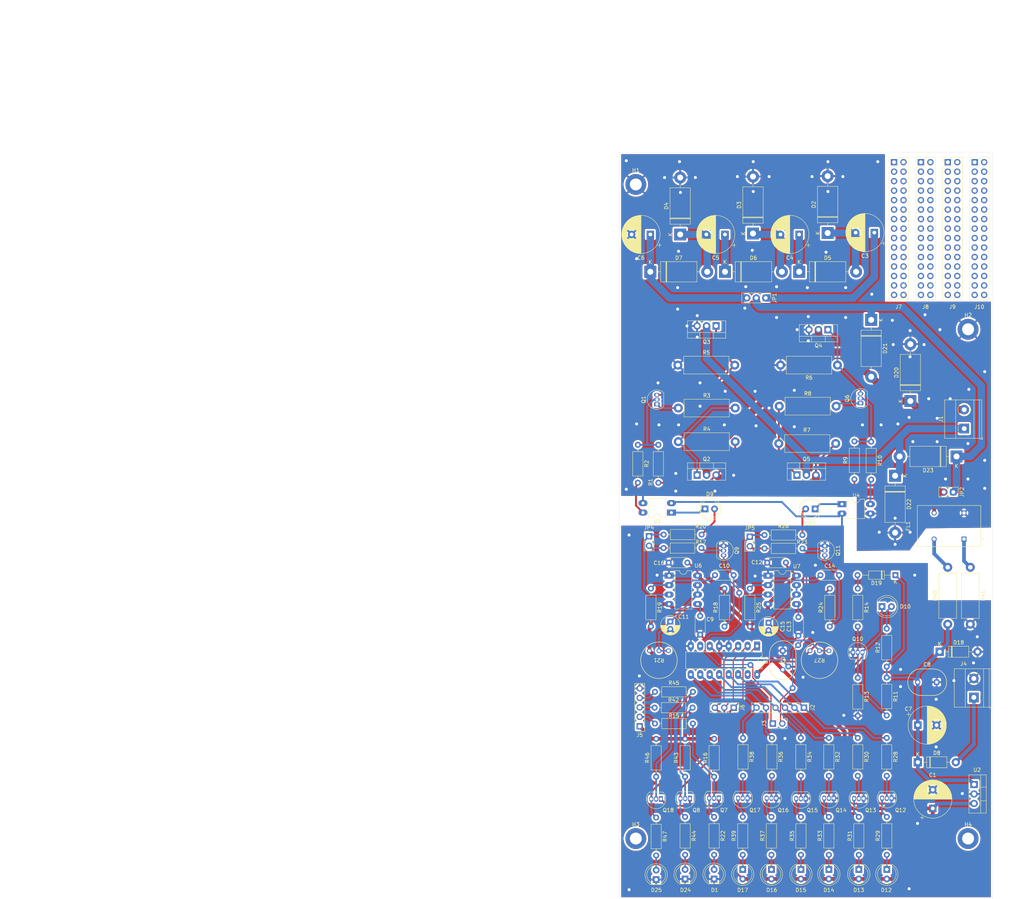
<source format=kicad_pcb>
(kicad_pcb (version 20240108) (generator "pcbnew") (generator_version "8.0")
  (layers (0 "F.Cu" signal) (31 "B.Cu" signal) (34 "B.Paste" user) (35 "F.Paste" user) (36 "B.SilkS" user "B.Silkscreen") (37 "F.SilkS" user "F.Silkscreen") (38 "B.Mask" user) (39 "F.Mask" user) (44 "Edge.Cuts" user))
  (net 0 "")
  (net 1 "GND")
  (net 2 "Net-(D4-K)")
  (net 3 "Net-(D6-K)")
  (net 4 "Net-(Q1-B)")
  (net 5 "Net-(U6-CV)")
  (net 6 "Net-(Q2-B)")
  (net 7 "Net-(D5-K)")
  (net 8 "Net-(Q4-B)")
  (net 9 "Net-(Q5-B)")
  (net 10 "Net-(Q6-B)")
  (net 11 "Net-(Q6-E)")
  (net 12 "+12V")
  (net 13 "Net-(D3-K)")
  (net 14 "/SINGLE_CAP")
  (net 15 "/CAP_BANK")
  (net 16 "Net-(D9-A)")
  (net 17 "Net-(U6-DIS)")
  (net 18 "+5V")
  (net 19 "GNDD")
  (net 20 "Net-(R10-Pad2)")
  (net 21 "/C1")
  (net 22 "/C2")
  (net 23 "/BR+")
  (net 24 "Net-(Q9-C)")
  (net 25 "Net-(Q9-B)")
  (net 26 "Net-(D2-K)")
  (net 27 "Net-(U6-TR)")
  (net 28 "Net-(Q1-C)")
  (net 29 "Net-(Q1-E)")
  (net 30 "Net-(R2-Pad2)")
  (net 33 "Net-(D1-A)")
  (net 34 "Net-(D24-A)")
  (net 35 "Net-(D25-A)")
  (net 36 "Net-(JP4-A)")
  (net 37 "/PowerSupply/VD")
  (net 38 "/PowerSupply/12V_IN")
  (net 39 "HD4")
  (net 40 "HD1")
  (net 41 "HD2")
  (net 42 "HD3")
  (net 43 "HD5")
  (net 44 "HD6")
  (net 45 "A")
  (net 46 "B")
  (net 47 "OPTO_B")
  (net 48 "OPTO_A")
  (net 49 "Net-(U7-CV)")
  (net 50 "Net-(Q11-C)")
  (net 51 "Net-(U7-TR)")
  (net 52 "Net-(U7-DIS)")
  (net 53 "Net-(D11-A)")
  (net 54 "Net-(JP5-A)")
  (net 55 "Net-(Q11-B)")
  (net 56 "Net-(D12-K)")
  (net 57 "Net-(D13-K)")
  (net 58 "Net-(D14-K)")
  (net 59 "Net-(D15-K)")
  (net 60 "Net-(D16-K)")
  (net 61 "Net-(D17-K)")
  (net 62 "Net-(Q12-B)")
  (net 63 "Net-(Q12-C)")
  (net 64 "Net-(Q13-C)")
  (net 65 "Net-(Q13-B)")
  (net 66 "Net-(Q14-C)")
  (net 67 "Net-(Q14-B)")
  (net 68 "Net-(Q15-C)")
  (net 69 "Net-(Q15-B)")
  (net 70 "Net-(Q16-C)")
  (net 71 "Net-(Q16-B)")
  (net 72 "Net-(Q17-C)")
  (net 73 "Net-(Q17-B)")
  (net 74 "Net-(D10-A)")
  (net 75 "Net-(FL1-Pad1)")
  (net 76 "Net-(FL1-Pad4)")
  (net 77 "HALL_ENABLE")
  (net 78 "Net-(D19-A)")
  (net 79 "Net-(Q10-B)")
  (net 80 "H3")
  (net 81 "H1")
  (net 82 "H2")
  (net 83 "Net-(Q7-B)")
  (net 84 "HALL_1")
  (net 85 "HALL_2")
  (net 86 "Net-(Q8-B)")
  (net 87 "Net-(Q18-B)")
  (net 88 "HALL_3")
  (footprint "Diode_THT:D_DO-201AD_P15.24mm_Horizontal" (layer "F.Cu") (at 243.83875 107.12 90)
    (property "Reference" "D20")
    (property "Value" "1N5408")
  )
  (footprint "Capacitor_THT:C_Disc_D4.7mm_W2.5mm_P5.00mm" (layer "F.Cu") (at 205.5 150.4)
    (property "Reference" "C12")
    (property "Value" "100n")
  )
  (footprint "Capacitor_THT:CP_Radial_D5.0mm_P2.00mm" (layer "F.Cu") (at 179.54375 166.18 -90)
    (property "Reference" "C11")
    (property "Value" "10uF")
  )
  (footprint "Diode_THT:D_DO-201AD_P15.24mm_Horizontal" (layer "F.Cu") (at 221.68125 62.12 90)
    (property "Reference" "D2")
    (property "Value" "1N5408")
  )
  (footprint "Diode_THT:D_DO-201AD_P15.24mm_Horizontal" (layer "F.Cu") (at 201.68125 62.24 90)
    (property "Reference" "D3")
    (property "Value" "1N5408")
  )
  (footprint "footprints:CAP_C340_KEM" (layer "F.Cu") (at 209.655 176.54 -90)
    (property "Reference" "C2")
    (property "Value" "1 uF X7R")
  )
  (footprint "Diode_THT:D_DO-35_SOD27_P10.16mm_Horizontal" (layer "F.Cu") (at 239.83 153.75 180)
    (property "Reference" "D19")
    (property "Value" "20V 1N5250B")
  )
  (footprint "MountingHole:MountingHole_3.2mm_M3_DIN965_Pad" (layer "F.Cu") (at 259.3 87.9)
    (property "Reference" "H2")
    (property "Value" "Mounting Hole")
  )
  (footprint "Resistor_THT:R_Axial_DIN0207_L6.3mm_D2.5mm_P10.16mm_Horizontal" (layer "F.Cu") (at 175.34 189.25)
    (property "Reference" "R42")
    (property "Value" "550")
  )
  (footprint "Resistor_THT:R_Axial_DIN0207_L6.3mm_D2.5mm_P10.16mm_Horizontal" (layer "F.Cu") (at 175.75 207.75 90)
    (property "Reference" "R46")
    (property "Value" "47")
  )
  (footprint "Resistor_THT:R_Axial_DIN0414_L11.9mm_D4.5mm_P15.24mm_Horizontal" (layer "F.Cu") (at 259.88875 166.89 90)
    (property "Reference" "R41")
    (property "Value" "120")
  )
  (footprint "MountingHole:MountingHole_3.2mm_M3_DIN965_Pad" (layer "F.Cu") (at 170.3 224.3)
    (property "Reference" "H3")
    (property "Value" "Mounting Hole")
  )
  (footprint "Resistor_THT:R_Axial_DIN0207_L6.3mm_D2.5mm_P10.16mm_Horizontal" (layer "F.Cu") (at 194.04375 167.5 90)
    (property "Reference" "R18")
    (property "Value" "10K")
  )
  (footprint "LED_THT:LED_D5.0mm" (layer "F.Cu") (at 198.9375 232.58 -90)
    (property "Reference" "D17")
    (property "Value" "LED")
  )
  (footprint "Package_DIP:DIP-8_W7.62mm_LongPads" (layer "F.Cu") (at 205.71875 153.88)
    (property "Reference" "U7")
    (property "Value" "LM555xM")
  )
  (footprint "Package_TO_SOT_THT:TO-220-3_Vertical" (layer "F.Cu") (at 213.46 126.945)
    (property "Reference" "Q5")
    (property "Value" "BDW94C")
  )
  (footprint "Connector_PinHeader_2.54mm:PinHeader_2x15_P2.54mm_Vertical" (layer "F.Cu") (at 253.86 43.14)
    (property "Reference" "J9")
    (property "Value" "Conn_02x15_Counter_Clockwise")
  )
  (footprint "Resistor_THT:R_Axial_DIN0414_L11.9mm_D4.5mm_P15.24mm_Horizontal" (layer "F.Cu") (at 208.71875 108.5)
    (property "Reference" "R8")
    (property "Value" "220")
  )
  (footprint "Package_DIP:DIP-16_W7.62mm_LongPads" (layer "F.Cu") (at 202.79 172.75 -90)
    (property "Reference" "U3")
    (property "Value" "CD74HC238E")
  )
  (footprint "TerminalBlock_Phoenix:TerminalBlock_Phoenix_MKDS-1,5-2-5.08_1x02_P5.08mm_Horizontal" (layer "F.Cu") (at 258.26375 114.5 90)
    (property "Reference" "J1")
    (property "Value" "DriveCoil")
  )
  (footprint "Connector_PinHeader_2.54mm:PinHeader_1x05_P2.54mm_Vertical" (layer "F.Cu") (at 171.33 194.25 180)
    (property "Reference" "J5")
    (property "Value" "Hall In")
  )
  (footprint "Capacitor_THT:C_Disc_D4.7mm_W2.5mm_P5.00mm" (layer "F.Cu") (at 179.1 150.4)
    (property "Reference" "C16")
    (property "Value" "100n")
  )
  (footprint "Resistor_THT:R_Axial_DIN0207_L6.3mm_D2.5mm_P10.16mm_Horizontal" (layer "F.Cu") (at 233.33875 118 -90)
    (property "Reference" "R10")
    (property "Value" "1k")
  )
  (footprint "Package_TO_SOT_THT:TO-92_Inline" (layer "F.Cu") (at 220.9 145.9 -90)
    (property "Reference" "Q11")
    (property "Value" "2N5551")
  )
  (footprint "Resistor_THT:R_Axial_DIN0207_L6.3mm_D2.5mm_P10.16mm_Horizontal" (layer "F.Cu") (at 237.5 181.17 -90)
    (property "Reference" "R11")
    (property "Value" "10k")
  )
  (footprint "Resistor_THT:R_Axial_DIN0414_L11.9mm_D4.5mm_P15.24mm_Horizontal" (layer "F.Cu") (at 223.83875 118.5 180)
    (property "Reference" "R7")
    (property "Value" "470")
  )
  (footprint "LED_THT:LED_D5.0mm" (layer "F.Cu") (at 218.33875 136 180)
    (property "Reference" "D11")
    (property "Value" "LED")
  )
  (footprint "TerminalBlock_Phoenix:TerminalBlock_Phoenix_MKDS-1,5-2-5.08_1x02_P5.08mm_Horizontal" (layer "F.Cu") (at 260.83875 186.5 90)
    (property "Reference" "J4")
    (property "Value" "12V")
  )
  (footprint "Resistor_THT:R_Axial_DIN0207_L6.3mm_D2.5mm_P10.16mm_Horizontal" (layer "F.Cu") (at 175.42 193.5)
    (property "Reference" "R15")
    (property "Value" "550")
  )
  (footprint "Connector_PinHeader_2.54mm:PinHeader_2x15_P2.54mm_Vertical" (layer "F.Cu") (at 246.66 43.14)
    (property "Reference" "J8")
    (property "Value" "Conn_02x15_Counter_Clockwise")
  )
  (footprint "Resistor_THT:R_Axial_DIN0207_L6.3mm_D2.5mm_P10.16mm_Horizontal" (layer "F.Cu") (at 214.5 197.34 -90)
    (property "Reference" "R34")
    (property "Value" "1k")
  )
  (footprint "Connector_PinHeader_2.54mm:PinHeader_2x15_P2.54mm_Vertical" (layer "F.Cu") (at 261.06 43.14)
    (property "Reference" "J10")
    (property "Value" "Conn_02x15_Counter_Clockwise")
  )
  (footprint "footprints:RES3_91A_TTE" (layer "F.Cu") (at 179.04 174 180)
    (property "Reference" "R21")
    (property "Value" "10k")
  )
  (footprint "Package_TO_SOT_THT:TO-92_Inline" (layer "F.Cu") (at 184.8 213.58 180)
    (property "Reference" "Q8")
    (property "Value" "2N5401")
  )
  (footprint "Resistor_THT:R_Axial_DIN0414_L11.9mm_D4.5mm_P15.24mm_Horizontal" (layer "F.Cu") (at 253.83875 166.89 90)
    (property "Reference" "R40")
    (property "Value" "120")
  )
  (footprint "Package_TO_SOT_THT:TO-92_Inline" (layer "F.Cu") (at 207.9 213.5 180)
    (property "Reference" "Q16")
    (property "Value" "2N5551")
  )
  (footprint "Capacitor_THT:CP_Radial_D10.0mm_P5.00mm" (layer "F.Cu") (at 249.83875 216.230177 90)
    (property "Reference" "C1")
    (property "Value" "470uF 63V")
  )
  (footprint "Package_TO_SOT_THT:TO-92_Inline" (layer "F.Cu") (at 223.3 213.5 180)
    (property "Reference" "Q14")
    (property "Value" "2N5551")
  )
  (footprint "footprints:FIL_SU9V-07010" (layer "F.Cu") (at 254.2 140.6 180)
    (property "Reference" "FL1")
    (property "Value" "SU9VF-07015")
  )
  (footprint "Resistor_THT:R_Axial_DIN0207_L6.3mm_D2.5mm_P10.16mm_Horizontal" (layer "F.Cu") (at 237.52 228.66 90)
    (property "Reference" "R29")
    (property "Value" "330")
  )
  (footprint "Connector_PinHeader_2.54mm:PinHeader_1x02_P2.54mm_Vertical" (layer "F.Cu") (at 200.83875 143.46)
    (property "Reference" "JP5")
    (property "Value" "Jumper_2_Open")
  )
  (footprint "Package_TO_SOT_THT:TO-92_Inline" (layer "F.Cu") (at 231.3 213.58 180)
    (property "Reference" "Q13")
    (property "Value" "2N5551")
  )
  (footprint "Capacitor_THT:C_Disc_D4.7mm_W2.5mm_P5.00mm" (layer "F.Cu") (at 219.75 153.75)
    (property "Reference" "C14")
    (property "Value" "100n")
  )
  (footprint "Resistor_THT:R_Axial_DIN0207_L6.3mm_D2.5mm_P10.16mm_Horizontal" (layer "F.Cu") (at 229.75 197.34 -90)
    (property "Reference" "R30")
    (property "Value" "1k")
  )
  (footprint "Connector_PinHeader_2.54mm:PinHeader_1x03_P2.54mm_Vertical" (layer "F.Cu") (at 205.10125 79.506162 -90)
    (property "Reference" "JP1")
    (property "Value" "CapSel")
  )
  (footprint "Resistor_THT:R_Axial_DIN0207_L6.3mm_D2.5mm_P10.16mm_Horizontal" (layer "F.Cu") (at 222 228.66 90)
    (property "Reference" "R33")
    (property "Value" "330")
  )
  (footprint "footprints:RES3_91A_TTE" (layer "F.Cu") (at 222.04 174 180)
    (property "Reference" "R27")
    (property "Value" "10k")
  )
  (footprint "Resistor_THT:R_Axial_DIN0207_L6.3mm_D2.5mm_P10.16mm_Horizontal" (layer "F.Cu") (at 237.5 178.25 90)
    (property "Reference" "R12")
    (property "Value" "10k")
  )
  (footprint "Capacitor_THT:CP_Radial_D5.0mm_P2.00mm" (layer "F.Cu") (at 205.83875 166.5 -90)
    (property "Reference" "C15")
    (property "Value" "10uF")
  )
  (footprint "Package_TO_SOT_THT:TO-220-3_Vertical" (layer "F.Cu") (at 186.71 126.945)
    (property "Reference" "Q2")
    (property "Value" "BDW94C")
  )
  (footprint "Diode_THT:D_DO-201AD_P15.24mm_Horizontal" (layer "F.Cu") (at 174.18125 72.5)
    (property "Reference" "D7")
    (property "Value" "1N5408")
  )
  (footprint "Diode_THT:D_DO-201AD_P15.24mm_Horizontal" (layer "F.Cu") (at 239.75 127.13 -90)
    (property "Reference" "D22")
    (property "Value" "1N5408")
  )
  (footprint "Connector_PinHeader_2.54mm:PinHeader_1x06_P2.54mm_Vertical" (layer "F.Cu") (at 215.33 189.25 -90)
    (property "Reference" "J2")
    (property "Value" "HallDec")
  )
  (footprint "Diode_THT:D_DO-201AD_P15.24mm_Horizontal" (layer "F.Cu") (at 194.18125 72.5)
    (property "Reference" "D6")
    (property "Value" "1N5408")
  )
  (footprint "Capacitor_THT:CP_Radial_D10.0mm_P5.00mm" (layer "F.Cu") (at 174.18125 62.5 180)
    (property "Reference" "C6")
    (property "Value" "470uF 63V")
  )
  (footprint "Resistor_THT:R_Axial_DIN0414_L11.9mm_D4.5mm_P15.24mm_Horizontal" (layer "F.Cu") (at 181.68125 118)
    (property "Reference" "R4")
    (property "Value" "470")
  )
  (footprint "Resistor_THT:R_Axial_DIN0207_L6.3mm_D2.5mm_P10.16mm_Horizontal" (layer "F.Cu") (at 170.83875 118.84 -90)
    (property "Reference" "R2")
    (property "Value" "1k")
  )
  (footprint "Capacitor_THT:C_Disc_D4.7mm_W2.5mm_P5.00mm" (layer "F.Cu") (at 187.54375 169.68 90)
    (property "Reference" "C9")
    (property "Value" "10n")
  )
  (footprint "Package_TO_SOT_THT:TO-92_Inline" (layer "F.Cu") (at 175.94125 108 90)
    (property "Reference" "Q1")
    (property "Value" "2N5401")
  )
  (footprint "MountingHole:MountingHole_3.2mm_M3_DIN965_Pad" (layer "F.Cu") (at 259.3 224.3)
    (property "Reference" "H4")
    (property "Value" "Mounting Hole")
  )
  (footprint "Package_TO_SOT_THT:TO-92_Inline" (layer "F.Cu") (at 215.8 213.6 180)
    (property "Reference" "Q15")
    (property "Value" "2N5551")
  )
  (footprint "Diode_THT:D_DO-201AD_P15.24mm_Horizontal" (layer "F.Cu") (at 256.19875 121.955 180)
    (property "Reference" "D23")
    (property "Value" "1N5408")
  )
  (footprint "Resistor_THT:R_Axial_DIN0207_L6.3mm_D2.5mm_P10.16mm_Horizontal" (layer "F.Cu") (at 214.525 228.66 90)
    (property "Reference" "R35")
    (property "Value" "330")
  )
  (footprint "Capacitor_THT:CP_Radial_D10.0mm_P5.00mm" (layer "F.Cu") (at 245.83875 193.92)
    (property "Reference" "C7")
    (property "Value" "470uF 63V")
  )
  (footprint "Package_TO_SOT_THT:TO-92_Inline" (layer "F.Cu") (at 193.8 145.9 -90)
    (property "Reference" "Q9")
    (property "Value" "2N5551")
  )
  (footprint "Resistor_THT:R_Axial_DIN0207_L6.3mm_D2.5mm_P10.16mm_Horizontal" (layer "F.Cu") (at 183.505 218.5 -90)
    (property "Reference" "R44")
    (property "Value" "330")
  )
  (footprint "Connector_PinHeader_2.54mm:PinHeader_1x02_P2.54mm_Vertical" (layer "F.Cu") (at 173.83875 143.34)
    (property "Reference" "JP4")
    (property "Value" "Jumper_2_Open")
  )
  (footprint "LED_THT:LED_D5.0mm" (layer "F.Cu") (at 214.525 232.58 -90)
    (property "Reference" "D15")
    (property "Value" "LED")
  )
  (footprint "Diode_THT:D_DO-41_SOD81_P10.16mm_Horizontal" (layer "F.Cu") (at 251.67875 174.27)
    (property "Reference" "D18")
    (property "Value" "ZY24 24V / 2W")
  )
  (footprint "Resistor_THT:R_Axial_DIN0207_L6.3mm_D2.5mm_P10.16mm_Horizontal" (layer "F.Cu") (at 175.42 185)
    (property "Reference" "R45")
    (property "Value" "550")
  )
  (footprint "Package_TO_SOT_THT:TO-92_Inline" (layer "F.Cu") (at 177 213.7 180)
    (property "Reference" "Q18")
    (property "Value" "2N5401")
  )
  (footprint "Resistor_THT:R_Axial_DIN0207_L6.3mm_D2.5mm_P10.16mm_Horizontal" (layer "F.Cu") (at 191.27 218.5 -90)
    (property "Reference" "R22")
    (property "Value" "330")
  )
  (footprint "Package_DIP:DIP-4_W7.62mm_LongPads" (layer "F.Cu") (at 179.83875 137 180)
    (property "Reference" "U1")
    (property "Value" "VO615A")
  )
  (footprint "LED_THT:LED_D5.0mm" (layer "F.Cu") (at 222 232.58 -90)
    (property "Reference" "D14")
    (property "Value" "LED")
  )
  (footprint "Connector_PinHeader_2.54mm:PinHeader_2x15_P2.54mm_Vertical" (layer "F.Cu") (at 239.46 43.14)
    (property "Reference" "J7")
    (property "Value" "Conn_02x15_Counter_Clockwise")
  )
  (footprint "Resistor_THT:R_Axial_DIN0207_L6.3mm_D2.5mm_P10.16mm_Horizontal" (layer "F.Cu") (at 174.33875 157.34 -90)
    (property "Reference" "R19")
    (property "Value" "10K")
  )
  (footprint "LED_THT:LED_D5.0mm" (layer "F.Cu") (at 183.505 235.13 90)
    (property "Reference" "D24")
    (property "Value" "LED")
  )
  (footprint "LED_THT:LED_D5.0mm" (layer "F.Cu") (at 230.02 232.58 -90)
    (property "Reference" "D13")
    (property "Value" "LED")
  )
  (footprint "Package_DIP:DIP-4_W7.62mm_LongPads" (layer "F.Cu") (at 225.51375 134.725)
    (property "Reference" "U4")
    (property "Value" "VO615A")
  )
  (footprint "Resistor_THT:R_Axial_DIN0207_L6.3mm_D2.5mm_P10.16mm_Horizontal" (layer "F.Cu") (at 176.33875 129 90)
    (property "Reference" "R1")
    (property "Value" "2k2")
  )
  (footprint "MountingHole:MountingHole_3.2mm_M3_DIN965_Pad" (layer "F.Cu") (at 170.3 49.1)
    (property "Reference" "H1")
    (property "Value" "Mounting Hole")
  )
  (footprint "Resistor_THT:R_Axial_DIN0207_L6.3mm_D2.5mm_P10.16mm_Horizontal" (layer "F.Cu") (at 175.75 218.67 -90)
    (property "Reference" "R47")
    (property "Value" "330")
  )
  (footprint "LED_THT:LED_D5.0mm" (layer "F.Cu") (at 175.75 235.3 90)
    (property "Reference" "D25")
    (property "Value" "LED")
  )
  (footprint "Resistor_THT:R_Axial_DIN0414_L11.9mm_D4.5mm_P15.24mm_Horizontal" (layer "F.Cu") (at 181.56125 97.5)
    (property "Reference" "R5")
    (property "Value" "470")
  )
  (footprint "Resistor_THT:R_Axial_DIN0207_L6.3mm_D2.5mm_P10.16mm_Horizontal" (layer "F.Cu") (at 206.625 228.66 90)
    (property "Reference" "R37")
    (property "Value" "330")
  )
  (footprint "Package_TO_SOT_THT:TO-92_Inline" (layer "F.Cu") (at 200.2 213.5 180)
    (property "Reference" "Q17")
    (property "Value" "2N5551")
  )
  (footprint "Resistor_THT:R_Axial_DIN0207_L6.3mm_D2.5mm_P10.16mm_Horizontal" (layer "F.Cu") (at 229.75 181.25 -90)
    (property "Reference" "R13")
    (property "Value" "2k2")
  )
  (footprint "LED_THT:LED_D5.0mm" (layer "F.Cu") (at 237.52 232.58 -90)
    (property "Reference" "D12")
    (property "Value" "LED")
  )
  (footprint "footprints:CAP_C340_KEM" (layer "F.Cu") (at 248.33875 182.42 180)
    (property "Reference" "C8")
    (property "Value" "1 uF X7R")
  )
  (footprint "Resistor_THT:R_Axial_DIN0414_L11.9mm_D4.5mm_P15.24mm_Horizontal" (layer "F.Cu") (at 181.68125 109)
    (property "Reference" "R3")
    (property "Value" "220")
  )
  (footprint "Package_TO_SOT_THT:TO-92_Inline" (layer "F.Cu") (at 238.8 213.5 180)
    (property "Reference" "Q12")
    (property "Value" "2N5551")
  )
  (footprint "Capacitor_THT:C_Disc_D4.7mm_W2.5mm_P5.00mm" (layer "F.Cu") (at 191.5 153.75)
    (property "Reference" "C10")
    (property "Value" "100n")
  )
  (footprint "Package_TO_SOT_THT:TO-92_Inline" (layer "F.Cu") (at 228.46 174.42)
    (property "Reference" "Q10")
    (property "Value" "2N5551")
  )
  (footprint "Resistor_THT:R_Axial_DIN0207_L6.3mm_D2.5mm_P10.16mm_Horizontal" (layer "F.Cu") (at 206.75 197.34 -90)
    (property "Reference" "R36")
    (property "Value" "1k")
  )
  (footprint "Resistor_THT:R_Axial_DIN0207_L6.3mm_D2.5mm_P10.16mm_Horizontal" (layer "F.Cu") (at 198.9375 228.66 90)
    (property "Reference" "R39")
    (property "Value" "330")
  )
  (footprint "LED_THT:LED_D5.0mm" (layer "F.Cu") (at 188.83875 136)
    (property "Reference" "D9")
    (property "Value" "LED")
  )
  (footprint "Resistor_THT:R_Axial_DIN0207_L6.3mm_D2.5mm_P10.16mm_Horizontal" (layer "F.Cu") (at 222.25 167.5 90)
    (property "Reference" "R24")
    (property "Value" "10K")
  )
  (footprint "Resistor_THT:R_Axial_DIN0207_L6.3mm_D2.5mm_P10.16mm_Horizontal" (layer "F.Cu") (at 199 197.34 -90)
    (property "Reference" "R38")
    (property "Value" "1k")
  )
  (footprint "Capacitor_THT:CP_Radial_D10.0mm_P5.00mm" (layer "F.Cu") (at 214.048927 62.5 180)
    (property "Reference" "C4")
    (property "Value" "470uF 63V")
  )
  (footprint "Resistor_THT:R_Axial_DIN0207_L6.3mm_D2.5mm_P10.16mm_Horizontal" (layer "F.Cu") (at 177.72 146.5)
    (property "Reference" "R17")
    (property "Value" "1k")
  )
  (footprint "Resistor_THT:R_Axial_DIN0207_L6.3mm_D2.5mm_P10.16mm_Horizontal" (layer "F.Cu") (at 177.75875 142.88)
    (property "Reference" "R20")
    (property "Value" "330")
  )
  (footprint "Resistor_THT:R_Axial_DIN0207_L6.3mm_D2.5mm_P10.16mm_Horizontal" (layer "F.Cu") (at 237.5 197.34 -90)
    (property "Reference" "R28")
    (property "Value" "1k")
  )
  (footprint "Package_TO_SOT_THT:TO-220-3_Vertical" (layer "F.Cu") (at 221.75125 88 180)
    (property "Reference" "Q4")
    (property "Value" "BDW93C")
  )
  (footprint "Resistor_THT:R_Axial_DIN0207_L6.3mm_D2.5mm_P10.16mm_Horizontal" (layer "F.Cu") (at 204.75875 146.6)
    (property "Reference" "R23")
    (property "Value" "1k")
  )
  (footprint "Package_TO_SOT_THT:TO-92_Inline" (layer "F.Cu") (at 230.47875 107.7 90)
    (property "Reference" "Q6")
    (property "Value" "2N5401")
  )
  (footprint "Resistor_THT:R_Axial_DIN0207_L6.3mm_D2.5mm_P10.16mm_Horizontal" (layer "F.Cu") (at 229.75 157.34 -90)
    (property "Reference" "R14")
    (property "Value" "1k")
  )
  (footprint "LED_THT:LED_D5.0mm" (layer "F.Cu") (at 206.625 232.58 -90)
    (property "Reference" "D16")
    (property "Value" "LED")
  )
  (footprint "Diode_THT:D_DO-201AD_P15.24mm_Horizontal" (layer "F.Cu") (at 214.06125 72.5)
    (property "Reference" "D5")
    (property "Value" "1N5408")
  )
  (footprint "Resistor_THT:R_Axial_DIN0207_L6.3mm_D2.5mm_P10.16mm_Horizontal" (layer "F.Cu") (at 183.5 207.75 90)
    (property "Reference" "R43")
    (property "Value" "47")
  )
  (footprint "Diode_THT:D_DO-41_SOD81_P10.16mm_Horizontal" (layer "F.Cu") (at 245.83875 203.8625)
    (property "Reference" "D8")
    (property "Value" "1N4007")
  )
  (footprint "Connector_PinHeader_2.54mm:PinHeader_1x03_P2.54mm_Vertical" (layer "F.Cu") (at 196.535 189.25 -90)
    (property "Reference" "J6")
    (property "Value" "Hall Out")
  )
  (footprint "Package_DIP:DIP-8_W7.62mm_LongPads" (layer "F.Cu") (at 179.21875 153.88)
    (property "Reference" "U6")
    (property "Value" "LM555xM")
  )
  (footprint "Diode_THT:D_DO-201AD_P15.24mm_Horizontal" (layer "F.Cu") (at 182.18125 62.5 90)
    (property "Reference" "D4")
    (property "Value" "1N5408")
  )
  (footprint "Resistor_THT:R_Axial_DIN0207_L6.3mm_D2.5mm_P10.16mm_Horizontal" (layer "F.Cu") (at 204.75875 143)
    (property "Reference" "R26")
    (property "Value" "330")
  )
  (footprint "Diode_THT:D_DO-201AD_P15.24mm_Horizontal" (layer "F.Cu") (at 233.33875 85.38 -90)
    (property "Reference" "D21")
    (property "Value" "1N5408")
  )
  (footprint "Capacitor_THT:CP_Radial_D10.0mm_P5.00mm" (layer "F.Cu") (at 194.18125 62.5 180)
    (property "Reference" "C5")
    (property "Value" "470uF 63V")
  )
  (footprint "Resistor_THT:R_Axial_DIN0207_L6.3mm_D2.5mm_P10.16mm_Horizontal" (layer "F.Cu") (at 191.27 207.75 90)
    (property "Reference" "R16")
    (property "Value" "47")
  )
  (footprint "Resistor_THT:R_Axial_DIN0414_L11.9mm_D4.5mm_P15.24mm_Horizontal" (layer "F.Cu") (at 224.30125 97.5 180)
    (property "Reference" "R6")
    (property "Value" "470")
  )
  (footprint "LED_THT:LED_D5.0mm" (layer "F.Cu") (at 191.27 235.13 90)
    (property "Reference" "D1")
    (property "Value" "LED")
  )
  (footprint "LED_THT:LED_D5.0mm" (layer "F.Cu") (at 236.225 162.17)
    (property "Reference" "D10")
    (property "Value" "LED")
  )
  (footprint "Connector_PinHeader_2.54mm:PinHeader_1x02_P2.54mm_Vertical" (layer "F.Cu") (at 207.01 193.5 90)
    (property "Reference" "J3")
    (property "Value" "Ctrl")
  )
  (footprint "Resistor_THT:R_Axial_DIN0207_L6.3mm_D2.5mm_P10.16mm_Horizontal" (layer "F.Cu") (at 222 197.34 -90)
    (property "Reference" "R32")
    (property "Value" "1k")
  )
  (footprint "Connector_PinHeader_2.54mm:PinHeader_1x02_P2.54mm_Vertical" (layer "F.Cu") (at 255.33875 131.5 -90)
    (property "Reference" "JP2")
    (property "Value" "RetPwr")
  )
  (footprint "Package_TO_SOT_THT:TO-92_Inline" (layer "F.Cu") (at 192.5 213.5 180)
    (property "Reference" "Q7")
    (property "Value" "2N5401")
  )
  (footprint "Capacitor_THT:CP_Radial_D10.0mm_P5.00mm" (layer "F.Cu") (at 234.18125 62 180)
    (property "Reference" "C3")
    (property "Value" "470uF 63V")
  )
  (footprint "Package_TO_SOT_THT:TO-220-3_Vertical" (layer "F.Cu") (at 191.79 87 180)
    (property "Reference" "Q3")
    (property "Value" "BDW93C")
  )
  (footprint "Resistor_THT:R_Axial_DIN0207_L6.3mm_D2.5mm_P10.16mm_Horizontal" (layer "F.Cu") (at 200.83875 157.34 -90)
    (property "Reference" "R25")
    (property "Value" "10K")
  )
  (footprint "Capacitor_THT:C_Disc_D4.7mm_W2.5mm_P5.00mm" (layer "F.Cu") (at 213.83875 170 90)
    (property "Reference" "C13")
    (property "Value" "10n")
  )
  (footprint "Resistor_THT:R_Axial_DIN0207_L6.3mm_D2.5mm_P10.16mm_Horizontal" (layer "F.Cu") (at 230.02 228.66 90)
    (property "Reference" "R31")
    (property "Value" "330")
  )
  (footprint "Resistor_THT:R_Axial_DIN0207_L6.3mm_D2.5mm_P10.16mm_Horizontal" (layer "F.Cu") (at 228.83875 128.08 90)
    (property "Reference" "R9")
    (property "Value" "2k2")
  )
  (footprint "Package_TO_SOT_THT:TO-220-3_Vertical" (layer "F.Cu") (at 260.89375 209.8225 -90)
    (property "Reference" "U2")
    (property "Value" "L7805CV")
  )
  (gr_rect (start 165.9 40.5) (end 265.9 240.5) (stroke (width 0.05)) (fill none) (layer "Edge.Cuts"))
  (via (at 181.5 82.5) (size 1.6) (drill 0.8) (layers "F.Cu" "B.Cu") (net 1))
  (via (at 201.75 43) (size 1.6) (drill 0.8) (layers "F.Cu" "B.Cu") (net 1))
  (via (at 213.5 88) (size 1.6) (drill 0.8) (layers "F.Cu" "B.Cu") (net 1))
  (via (at 191.5 131.25) (size 1.6) (drill 0.8) (layers "F.Cu" "B.Cu") (net 1))
  (via (at 181.75 67) (size 1.6) (drill 0.8) (layers "F.Cu" "B.Cu") (net 1))
  (via (at 235.1 43) (size 1.6) (drill 0.8) (layers "F.Cu" "B.Cu") (net 1))
  (via (at 243.5 111.5) (size 1.6) (drill 0.8) (layers "F.Cu" "B.Cu") (net 1))
  (via (at 248.75 106.5) (size 1.6) (drill 0.8) (layers "F.Cu" "B.Cu") (net 1))
  (via (at 186.25 47.25) (size 1.6) (drill 0.8) (layers "F.Cu" "B.Cu") (net 1))
  (via (at 170.5 113.25) (size 1.6) (drill 0.8) (layers "F.Cu" "B.Cu") (net 1))
  (via (at 226.5 84.75) (size 1.6) (drill 0.8) (layers "F.Cu" "B.Cu") (net 1))
  (via (at 243.75 88.25) (size 1.6) (drill 0.8) (layers "F.Cu" "B.Cu") (net 1))
  (via (at 239.75 138.5) (size 1.6) (drill 0.8) (layers "F.Cu" "B.Cu") (net 1))
  (via (at 196.5 127) (size 1.6) (drill 0.8) (layers "F.Cu" "B.Cu") (net 1))
  (via (at 194.25 104.5) (size 1.6) (drill 0.8) (layers "F.Cu" "B.Cu") (net 1))
  (via (at 212.75 104.25) (size 1.6) (drill 0.8) (layers "F.Cu" "B.Cu") (net 1))
  (via (at 239 85.5) (size 1.6) (drill 0.8) (layers "F.Cu" "B.Cu") (net 1))
  (via (at 186.75 90) (size 1.6) (drill 0.8) (layers "F.Cu" "B.Cu") (net 1))
  (via (at 181 126.5) (size 1.6) (drill 0.8) (layers "F.Cu" "B.Cu") (net 1))
  (via (at 217.5 47) (size 1.6) (drill 0.8) (layers "F.Cu" "B.Cu") (net 1))
  (via (at 206 109) (size 1.6) (drill 0.8) (layers "F.Cu" "B.Cu") (net 1))
  (via (at 176.5 113.5) (size 1.6) (drill 0.8) (layers "F.Cu" "B.Cu") (net 1))
  (via (at 184 87) (size 1.6) (drill 0.8) (layers "F.Cu" "B.Cu") (net 1))
  (via (at 236 113.5) (size 1.6) (drill 0.8) (layers "F.Cu" "B.Cu") (net 1))
  (via (at 221.75 51) (size 1.6) (drill 0.8) (layers "F.Cu" "B.Cu") (net 1))
  (via (at 201.75 51) (size 1.6) (drill 0.8) (layers "F.Cu" "B.Cu") (net 1))
  (via (at 263.75 99.25) (size 1.6) (drill 0.8) (layers "F.Cu" "B.Cu") (net 1))
  (via (at 221.25 67.25) (size 1.6) (drill 0.8) (layers "F.Cu" "B.Cu") (net 1))
  (via (at 167.75 42.75) (size 1.6) (drill 0.8) (layers "F.Cu" "B.Cu") (net 1))
  (via (at 235.5 142.25) (size 1.6) (drill 0.8) (layers "F.Cu" "B.Cu") (net 1))
  (via (at 208 84.75) (size 1.6) (drill 0.8) (layers "F.Cu" "B.Cu") (net 1))
  (via (at 240.5 113.25) (size 1.6) (drill 0.8) (layers "F.Cu" "B.Cu") (net 1))
  (via (at 226.5 76.75) (size 1.6) (drill 0.8) (layers "F.Cu" "B.Cu") (net 1))
  (via (at 186.75 84.25) (size 1.6) (drill 0.8) (layers "F.Cu" "B.Cu") (net 1))
  (via (at 233.5 78.5) (size 1.6) (drill 0.8) (layers "F.Cu" "B.Cu") (net 1))
  (via (at 259.5 104) (size 1.6) (drill 0.8) (layers "F.Cu" "B.Cu") (net 1))
  (via (at 247.5 92) (size 1.6) (drill 0.8) (layers "F.Cu" "B.Cu") (net 1))
  (via (at 244.5 118) (size 1.6) (drill 0.8) (layers "F.Cu" "B.Cu") (net 1))
  (via (at 239.25 92) (size 1.6) (drill 0.8) (layers "F.Cu" "B.Cu") (net 1))
  (via (at 181.5 76.75) (size 1.6) (drill 0.8) (layers "F.Cu" "B.Cu") (net 1))
  (via (at 247.75 84) (size 1.6) (drill 0.8) (layers "F.Cu" "B.Cu") (net 1))
  (via (at 182.25 51.25) (size 1.6) (drill 0.8) (layers "F.Cu" "B.Cu") (net 1))
  (via (at 216.5 91) (size 1.6) (drill 0.8) (layers "F.Cu" "B.Cu") (net 1))
  (via (at 259.25 118.5) (size 1.6) (drill 0.8) (layers "F.Cu" "B.Cu") (net 1))
  (via (at 176.25 102.25) (size 1.6) (drill 0.8) (layers "F.Cu" "B.Cu") (net 1))
  (via (at 243.75 142.25) (size 1.6) (drill 0.8) (layers "F.Cu" "B.Cu") (net 1))
  (via (at 197.5 47) (size 1.6) (drill 0.8) (layers "F.Cu" "B.Cu") (net 1))
  (via (at 216.5 84.5) (size 1.6) (drill 0.8) (layers "F.Cu" "B.Cu") (net 1))
  (via (at 263.75 123) (size 1.6) (drill 0.8) (layers "F.Cu" "B.Cu") (net 1))
  (via (at 212.75 114) (size 1.6) (drill 0.8) (layers "F.Cu" "B.Cu") (net 1))
  (via (at 202.25 104.5) (size 1.6) (drill 0.8) (layers "F.Cu" "B.Cu") (net 1))
  (via (at 199.75 76.5) (size 1.6) (drill 0.8) (layers "F.Cu" "B.Cu") (net 1))
  (via (at 251 118) (size 1.6) (drill 0.8) (layers "F.Cu" "B.Cu") (net 1))
  (via (at 201.5 66.75) (size 1.6) (drill 0.8) (layers "F.Cu" "B.Cu") (net 1))
  (via (at 187.5 108.5) (size 1.6) (drill 0.8) (layers "F.Cu" "B.Cu") (net 1))
  (via (at 243.75 95.25) (size 1.6) (drill 0.8) (layers "F.Cu" "B.Cu") (net 1))
  (via (at 253.25 128) (size 1.6) (drill 0.8) (layers "F.Cu" "B.Cu") (net 1))
  (via (at 182 43) (size 1.6) (drill 0.8) (layers "F.Cu" "B.Cu") (net 1))
  (via (at 254.5 106.5) (size 1.6) (drill 0.8) (layers "F.Cu" "B.Cu") (net 1))
  (via (at 221.75 43) (size 1.6) (drill 0.8) (layers "F.Cu" "B.Cu") (net 1))
  (via (at 170.5 69) (size 1.6) (drill 0.8) (layers "F.Cu" "B.Cu") (net 1))
  (via (at 251 111.75) (size 1.6) (drill 0.8) (layers "F.Cu" "B.Cu") (net 1))
  (via (at 187.5 102.25) (size 1.6) (drill 0.8) (layers "F.Cu" "B.Cu") (net 1))
  (via (at 239.75 145.5) (size 1.6) (drill 0.8) (layers "F.Cu" "B.Cu") (net 1))
  (via (at 251.75 88) (size 1.6) (drill 0.8) (layers "F.Cu" "B.Cu") (net 1))
  (via (at 194 113.5) (size 1.6) (drill 0.8) (layers "F.Cu" "B.Cu") (net 1))
  (via (at 231 113.5) (size 1.6) (drill 0.8) (layers "F.Cu" "B.Cu") (net 1))
  (via (at 181.75 113.5) (size 1.6) (drill 0.8) (layers "F.Cu" "B.Cu") (net 1))
  (via (at 178 47.25) (size 1.6) (drill 0.8) (layers "F.Cu" "B.Cu") (net 1))
  (via (at 216.25 76.75) (size 1.6) (drill 0.8) (layers "F.Cu" "B.Cu") (net 1))
  (via (at 181 131.25) (size 1.6) (drill 0.8) (layers "F.Cu" "B.Cu") (net 1))
  (via (at 259.25 128) (size 1.6) (drill 0.8) (layers "F.Cu" "B.Cu") (net 1))
  (via (at 167.75 130.75) (size 1.6) (drill 0.8) (layers "F.Cu" "B.Cu") (net 1))
  (via (at 206 47) (size 1.6) (drill 0.8) (layers "F.Cu" "B.Cu") (net 1))
  (via (at 225.75 47) (size 1.6) (drill 0.8) (layers "F.Cu" "B.Cu") (net 1))
  (via (at 208 76.5) (size 1.6) (drill 0.8) (layers "F.Cu" "B.Cu") (net 1))
  (via (at 263.75 130.5) (size 1.6) (drill 0.8) (layers "F.Cu" "B.Cu") (net 1))
  (via (at 199.5 82.25) (size 1.6) (drill 0.8) (layers "F.Cu" "B.Cu") (net 1))
  (via (at 202.5 113.75) (size 1.6) (drill 0.8) (layers "F.Cu" "B.Cu") (net 1))
  (segment (start 172.21875 132.12) (end 172.33875 132) (width 0.5) (layer "B.Cu") (net 1))
  (segment (start 172.21875 134.46) (end 172.21875 132.12) (width 0.5) (layer "B.Cu") (net 1))
  (segment (start 189.18125 62.5) (end 182.18125 62.5) (width 2) (layer "B.Cu") (net 2))
  (segment (start 189.42125 62.74) (end 189.18125 62.5) (width 2) (layer "B.Cu") (net 2))
  (segment (start 189.42125 72.5) (end 189.42125 62.74) (width 2) (layer "B.Cu") (net 2))
  (segment (start 194.18125 62.5) (end 194.18125 72.5) (width 2) (layer "B.Cu") (net 3))
  (segment (start 173.83875 118.84) (end 176.33875 118.84) (width 0.5) (layer "B.Cu") (net 4))
  (segment (start 170.83875 118.84) (end 173.83875 118.84) (width 0.5) (layer "B.Cu") (net 4))
  (segment (start 175.14125 106.73) (end 173.33875 108.5325) (width 0.5) (layer "B.Cu") (net 4))
  (segment (start 173.33875 118.34) (end 173.83875 118.84) (width 0.5) (layer "B.Cu") (net 4))
  (segment (start 175.94125 106.73) (end 175.14125 106.73) (width 0.5) (layer "B.Cu") (net 4))
  (segment (start 173.33875 108.5325) (end 173.33875 118.34) (width 0.5) (layer "B.Cu") (net 4))
  (segment (start 187.54375 164.68) (end 187.54375 162.205) (width 0.5) (layer "B.Cu") (net 5))
  (segment (start 187.54375 162.205) (end 186.83875 161.5) (width 0.5) (layer "B.Cu") (net 5))
  (segment (start 186.71 123.02875) (end 181.68125 118) (width 0.5) (layer "B.Cu") (net 6))
  (segment (start 186.71 126.945) (end 186.71 123.02875) (width 0.5) (layer "B.Cu") (net 6))
  (segment (start 181.68125 118) (end 190.68125 109) (width 0.5) (layer "B.Cu") (net 6))
  (segment (start 190.68125 109) (end 196.92125 109) (width 0.5) (layer "B.Cu") (net 6))
  (segment (start 214.06125 72.5) (end 214.06125 62.512323) (width 2) (layer "B.Cu") (net 7))
  (segment (start 214.06125 62.512323) (end 214.048927 62.5) (width 2) (layer "B.Cu") (net 7))
  (segment (start 230.47875 105.23) (end 230.47875 103.6775) (width 0.5) (layer "B.Cu") (net 8))
  (segment (start 224.30125 97.5) (end 224.30125 90.55) (width 0.5) (layer "B.Cu") (net 8))
  (segment (start 224.30125 90.55) (end 221.75125 88) (width 0.5) (layer "B.Cu") (net 8))
  (segment (start 230.47875 103.6775) (end 224.30125 97.5) (width 0.5) (layer "B.Cu") (net 8))
  (segment (start 208.59875 118.5) (end 208.59875 122.08375) (width 0.5) (layer "F.Cu") (net 9))
  (segment (start 208.59875 108.62) (end 208.71875 108.5) (width 0.5) (layer "F.Cu") (net 9))
  (segment (start 208.59875 122.08375) (end 213.46 126.945) (width 0.5) (layer "F.Cu") (net 9))
  (segment (start 208.59875 118.5) (end 208.59875 108.62) (width 0.5) (layer "F.Cu") (net 9))
  (segment (start 209.06125 107.62) (end 209.18125 107.5) (width 0.5) (layer "B.Cu") (net 9))
  (segment (start 228.83875 117.92) (end 233.25875 117.92) (width 0.5) (layer "B.Cu") (net 10))
  (segment (start 231.27875 106.5) (end 233.33875 108.56) (width 0.5) (layer "B.Cu") (net 10))
  (segment (start 230.47875 106.5) (end 231.27875 106.5) (width 0.5) (layer "B.Cu") (net 10))
  (segment (start 233.25875 117.92) (end 233.33875 118) (width 0.5) (layer "B.Cu") (net 10))
  (segment (start 233.33875 108.56) (end 233.33875 118) (width 0.5) (layer "B.Cu") (net 10))
  (segment (start 230.47875 107.77) (end 224.68875 107.77) (width 0.5) (layer "B.Cu") (net 11))
  (segment (start 224.68875 107.77) (end 223.95875 108.5) (width 0.5) (layer "B.Cu") (net 11))
  (segment (start 228.83875 128.08) (end 228.83875 131.41125) (width 0.5) (layer "F.Cu") (net 12))
  (segment (start 250.2 131.6) (end 250.3 131.5) (width 1) (layer "F.Cu") (net 12))
  (segment (start 222.20125 131.5) (end 220.5 131.5) (width 2) (layer "F.Cu") (net 12))
  (segment (start 218.54 126.945) (end 218.54 131.46) (width 2) (layer "F.Cu") (net 12))
  (segment (start 196.92125 121.81375) (end 191.79 126.945) (width 0.5) (layer "F.Cu") (net 12))
  (segment (start 218.54 129.54) (end 220.5 131.5) (width 2) (layer "F.Cu") (net 12))
  (segment (start 189.735 129) (end 191.79 126.945) (width 0.5) (layer "F.Cu") (net 12))
  (segment (start 218.54 126.945) (end 218.54 129.54) (width 2) (layer "F.Cu") (net 12))
  (segment (start 216.5 131.5) (end 196.345 131.5) (width 2) (layer "F.Cu") (net 12))
  (segment (start 218.5 131.5) (end 216.5 131.5) (width 2) (layer "F.Cu") (net 12))
  (segment (start 218.54 129.46) (end 216.5 131.5) (width 2) (layer "F.Cu") (net 12))
  (segment (start 196.345 131.5) (end 191.79 126.945) (width 2) (layer "F.Cu") (net 12))
  (segment (start 228.75 131.5) (end 222.20125 131.5) (width 2) (layer "F.Cu") (net 12))
  (segment (start 218.54 131.46) (end 218.5 131.5) (width 2) (layer "F.Cu") (net 12))
  (segment (start 250.3 131.5) (end 228.75 131.5) (width 2) (layer "F.Cu") (net 12))
  (segment (start 250.2 137.1) (end 250.2 131.6) (width 1) (layer "F.Cu") (net 12))
  (segment (start 252.79875 131.5) (end 250.3 131.5) (width 2) (layer "F.Cu") (net 12))
  (segment (start 218.54 123.79875) (end 218.54 126.945) (width 0.5) (layer "F.Cu") (net 12))
  (segment (start 176.33875 129) (end 189.735 129) (width 0.5) (layer "F.Cu") (net 12))
  (segment (start 196.92125 118) (end 196.92125 121.81375) (width 0.5) (layer "F.Cu") (net 12))
  (segment (start 218.54 126.945) (end 218.54 129.46) (width 2) (layer "F.Cu") (net 12))
  (segment (start 220.5 131.5) (end 218.5 131.5) (width 2) (layer "F.Cu") (net 12))
  (segment (start 228.83875 131.41125) (end 228.75 131.5) (width 0.5) (layer "F.Cu") (net 12))
  (segment (start 223.83875 118.5) (end 218.54 123.79875) (width 0.5) (layer "F.Cu") (net 12))
  (segment (start 209.048927 72.127677) (end 209.42125 72.5) (width 2) (layer "B.Cu") (net 13))
  (segment (start 201.94125 62.5) (end 201.68125 62.24) (width 2) (layer "B.Cu") (net 13))
  (segment (start 209.048927 62.5) (end 209.048927 72.127677) (width 2) (layer "B.Cu") (net 13))
  (segment (start 209.048927 62.5) (end 201.94125 62.5) (width 2) (layer "B.Cu") (net 13))
  (segment (start 174.18125 74.3425) (end 174.18125 72.5) (width 2) (layer "B.Cu") (net 14))
  (segment (start 174.18125 72.5) (end 174.18125 62.5) (width 2) (layer "B.Cu") (net 14))
  (segment (start 179.344912 79.506162) (end 174.18125 74.3425) (width 2) (layer "B.Cu") (net 14))
  (segment (start 200.02125 79.506162) (end 179.344912 79.506162) (width 2) (layer "B.Cu") (net 14))
  (segment (start 234.18125 73.886162) (end 234.18125 62) (width 2) (layer "B.Cu") (net 15))
  (segment (start 205.10125 79.506162) (end 228.56125 79.506162) (width 2) (layer "B.Cu") (net 15))
  (segment (start 228.56125 79.506162) (end 234.18125 73.886162) (width 2) (layer "B.Cu") (net 15))
  (segment (start 191.37875 136) (end 191.37875 139.42) (width 0.5) (layer "F.Cu") (net 16))
  (segment (start 191.37875 139.42) (end 187.91875 142.88) (width 0.5) (layer "F.Cu") (net 16))
  (segment (start 179.54375 166.18) (end 179.61875 166.18) (width 0.5) (layer "B.Cu") (net 17))
  (segment (start 176.5 169.22375) (end 176.5 174) (width 0.5) (layer "B.Cu") (net 17))
  (segment (start 179.61875 166.18) (end 186.83875 158.96) (width 0.5) (layer "B.Cu") (net 17))
  (segment (start 179.04 174) (end 176.5 174) (width 0.5) (layer "B.Cu") (net 17))
  (segment (start 179.54375 166.18) (end 176.5 169.22375) (width 0.5) (layer "B.Cu") (net 17))
  (segment (start 186.83875 156.42) (end 186.83875 158.96) (width 0.5) (layer "B.Cu") (net 17))
  (segment (start 177.5 161.5) (end 174.33875 164.66125) (width 1) (layer "F.Cu") (net 18))
  (segment (start 213.32007 153.88) (end 205.71875 161.48132) (width 1) (layer "F.Cu") (net 18))
  (segment (start 174.33875 164.66125) (end 174.33875 167.5) (width 1) (layer "F.Cu") (net 18))
  (segment (start 174.67 197.59) (end 171.33 194.25) (width 1) (layer "F.Cu") (net 18))
  (segment (start 226.25 214.499999) (end 227.980178 216.230177) (width 1) (layer "F.Cu") (net 18))
  (segment (start 184.775 215.515) (end 184.8 215.54) (width 0.5) (layer "F.Cu") (net 18))
  (segment (start 173.96 174) (end 173.96 167.87875) (width 1) (layer "F.Cu") (net 18))
  (segment (start 227.980178 216.230177) (end 249.83875 216.230177) (width 1) (layer "F.Cu") (net 18))
  (segment (start 206.69 176.9) (end 206.4 176.61) (width 0.5) (layer "F.Cu") (net 18))
  (segment (start 179.21875 161.5) (end 177.5 161.5) (width 1) (layer "F.Cu") (net 18))
  (segment (start 177.02 213.75) (end 178.81 215.54) (width 0.5) (layer "F.Cu") (net 18))
  (segment (start 205.71875 162.62) (end 200.83875 167.5) (width 1) (layer "F.Cu") (net 18))
  (segment (start 198.9375 235.12) (end 237.52 235.12) (width 1) (layer "F.Cu") (net 18))
  (segment (start 195.1 218.1) (end 195.1 231.2825) (width 0.5) (layer "F.Cu") (net 18))
  (segment (start 205.71875 161.5) (end 205.71875 162.62) (width 1) (layer "F.Cu") (net 18))
  (segment (start 219.5 171.46) (end 219.5 160.09) (width 0.5) (layer "F.Cu") (net 18))
  (segment (start 184.4 150.4) (end 186.83875 152.83875) (width 0.5) (layer "F.Cu") (net 18))
  (segment (start 213.33875 153.88) (end 213.32007 153.88) (width 1) (layer "F.Cu") (net 18))
  (segment (start 186.83875 152.83875) (end 186.83875 153.88) (width 0.5) (layer "F.Cu") (net 18))
  (segment (start 206.4 176.61) (end 202.66 180.35) (width 1) (layer "F.Cu") (net 18))
  (segment (start 216.96 174) (end 219.5 171.46) (width 0.5) (layer "F.Cu") (net 18))
  (segment (start 205.71875 161.48132) (end 205.71875 161.5) (width 1) (layer "F.Cu") (net 18))
  (segment (start 226.25 195.675) (end 226.25 214.499999) (width 1) (layer "F.Cu") (net 18))
  (segment (start 173.96 167.87875) (end 174.33875 167.5) (width 1) (layer "F.Cu") (net 18))
  (segment (start 191.27 197.59) (end 175.75 197.59) (width 1) (layer "F.Cu") (net 18))
  (segment (start 175.75 197.59) (end 174.67 197.59) (width 1) (layer "F.Cu") (net 18))
  (segment (start 219.5 160.09) (end 222.25 157.34) (width 0.5) (layer "F.Cu") (net 18))
  (segment (start 184.1 150.4) (end 184.4 150.4) (width 0.5) (layer "F.Cu") (net 18))
  (segment (start 183.5 197.59) (end 183.5 183.54) (width 1) (layer "F.Cu") (net 18))
  (segment (start 206.4 175.825) (end 206.4 176.61) (width 1) (layer "F.Cu") (net 18))
  (segment (start 190.29875 157.34) (end 194.04375 157.34) (width 1) (layer "F.Cu") (net 18))
  (segment (start 238.792792 235.12) (end 249.83875 224.074042) (width 1) (layer "F.Cu") (net 18))
  (segment (start 184.775 213.58) (end 184.775 215.515) (width 0.5) (layer "F.Cu") (net 18))
  (segment (start 206.4 175.825) (end 206.4 173.2) (width 1) (layer "F.Cu") (net 18))
  (segment (start 210.5 151.04125) (end 213.33875 153.88) (width 0.5) (layer "F.Cu") (net 18))
  (segment (start 216.96 174) (end 214.06 176.9) (width 0.5) (layer "F.Cu") (net 18))
  (segment (start 194.04375 160.705) (end 200.83875 167.5) (width 1) (layer "F.Cu") (net 18))
  (segment (start 186.83875 153.88) (end 190.29875 157.34) (width 1) (layer "F.Cu") (net 18))
  (segment (start 183.5 183.54) (end 173.96 174) (width 1) (layer "F.Cu") (net 18))
  (segment (start 192.54 213.58) (end 192.54 215.54) (width 0.5) (layer "F.Cu") (net 18))
  (segment (start 206.4 173.2) (end 200.83875 167.63875) (width 1) (layer "F.Cu") (net 18))
  (segment (start 180.71875 163) (end 179.21875 161.5) (width 1) (layer "F.Cu") (net 18))
  (segment (start 184.8 215.54) (end 192.54 215.54) (width 0.5) (layer "F.Cu") (net 18))
  (segment (start 196.33875 163) (end 180.71875 163) (width 1) (layer "F.Cu") (net 18))
  (segment (start 249.83875 224.074042) (end 249.83875 216.230177) (width 1) (layer "F.Cu") (net 18))
  (segment (start 214.06 176.9) (end 206.69 176.9) (width 0.5) (layer "F.Cu") (net 18))
  (segment (start 200.83875 167.63875) (end 200.83875 167.5) (width 1) (layer "F.Cu") (net 18))
  (segment (start 194.04375 157.34) (end 194.04375 160.705) (width 1) (layer "F.Cu") (net 18))
  (segment (start 192.54 215.54) (end 195.1 218.1) (width 0.5) (layer "F.Cu") (net 18))
  (segment (start 237.52 235.12) (end 238.792792 235.12) (width 1) (layer "F.Cu") (net 18))
  (segment (start 200.83875 167.5) (end 196.33875 163) (width 1) (layer "F.Cu") (net 18))
  (segment (start 195.1 231.2825) (end 198.9375 235.12) (width 0.5) (layer "F.Cu") (net 18))
  (segment (start 209.655 179.08) (end 226.25 195.675) (width 1) (layer "F.Cu") (net 18))
  (segment (start 210.5 150.4) (end 210.5 151.04125) (width 0.5) (layer "F.Cu") (net 18))
  (segment (start 178.81 215.54) (end 184.8 215.54) (width 0.5) (layer "F.Cu") (net 18))
  (segment (start 209.655 179.08) (end 206.4 175.825) (width 1) (layer "F.Cu") (net 18))
  (segment (start 251.166427 214.9025) (end 249.83875 216.230177) (width 1) (layer "B.Cu") (net 18))
  (segment (start 260.89375 214.9025) (end 251.166427 214.9025) (width 1) (layer "B.Cu") (net 18))
  (via (at 241.2 183.6) (size 1.6) (drill 0.8) (layers "F.Cu" "B.Cu") (net 19))
  (via (at 171.25 180.75) (size 1.6) (drill 0.8) (layers "F.Cu" "B.Cu") (net 19))
  (via (at 176 153.75) (size 1.6) (drill 0.8) (layers "F.Cu" "B.Cu") (net 19))
  (via (at 260.75 177.25) (size 1.6) (drill 0.8) (layers "F.Cu" "B.Cu") (net 19))
  (via (at 215.1 181.1) (size 1.6) (drill 0.8) (layers "F.Cu" "B.Cu") (net 19))
  (via (at 226 191.3) (size 1.6) (drill 0.8) (layers "F.Cu" "B.Cu") (net 19))
  (via (at 243.5 237.75) (size 1.6) (drill 0.8) (layers "F.Cu" "B.Cu") (net 19))
  (via (at 168.5 143) (size 1.6) (drill 0.8) (layers "F.Cu" "B.Cu") (net 19))
  (via (at 241.2 179) (size 1.6) (drill 0.8) (layers "F.Cu" "B.Cu") (net 19))
  (via (at 250.75 187) (size 1.6) (drill 0.8) (layers "F.Cu" "B.Cu") (net 19))
  (via (at 217.7 169.1) (size 1.6) (drill 0.8) (layers "F.Cu" "B.Cu") (net 19))
  (via (at 257.75 212.25) (size 1.6) (drill 0.8) (layers "F.Cu" "B.Cu") (net 19))
  (via (at 210.25 197.5) (size 1.6) (drill 0.8) (layers "F.Cu" "B.Cu") (net 19))
  (via (at 255.5 182) (size 1.6) (drill 0.8) (layers "F.Cu" "B.Cu") (net 19))
  (via (at 245 153.75) (size 1.6) (drill 0.8) (layers "F.Cu" "B.Cu") (net 19))
  (via (at 261.75 170.25) (size 1.6) (drill 0.8) (layers "F.Cu" "B.Cu") (net 19))
  (via (at 168.5 238) (size 1.6) (drill 0.8) (layers "F.Cu" "B.Cu") (net 19))
  (via (at 250.75 199.75) (size 1.6) (drill 0.8) (layers "F.Cu" "B.Cu") (net 19))
  (via (at 202.25 154) (size 1.6) (drill 0.8) (layers "F.Cu" "B.Cu") (net 19))
  (via (at 218.4 151.1) (size 1.6) (drill 0.8) (layers "F.Cu" "B.Cu") (net 19))
  (via (at 245.75 220.25) (size 1.6) (drill 0.8) (layers "F.Cu" "B.Cu") (net 19))
  (segment (start 224.77875 138) (end 225.51375 137.265) (width 0.5) (layer "B.Cu") (net 19))
  (segment (start 179.83875 134.46) (end 180.14875 134.15) (width 0.5) (layer "B.Cu") (net 19))
  (segment (start 213.25 138) (end 224.77875 138) (width 0.5) (layer "B.Cu") (net 19))
  (segment (start 220.83875 145.16125) (end 220.83875 145.96) (width 0.5) (layer "B.Cu") (net 19))
  (segment (start 180.14875 134.15) (end 209.4 134.15) (width 0.5) (layer "B.Cu") (net 19))
  (segment (start 209.4 134.15) (end 213.25 138) (width 0.5) (layer "B.Cu") (net 19))
  (segment (start 225.51375 140.48625) (end 220.83875 145.16125) (width 0.5) (layer "B.Cu") (net 19))
  (segment (start 225.51375 137.265) (end 225.51375 140.48625) (width 0.5) (layer "B.Cu") (net 19))
  (segment (start 233.13375 128.365) (end 233.33875 128.16) (width 0.5) (layer "B.Cu") (net 20))
  (segment (start 233.13375 134.725) (end 233.13375 128.365) (width 0.5) (layer "B.Cu") (net 20))
  (segment (start 240.95875 122.04125) (end 240.75 122.25) (width 2) (layer "F.Cu") (net 21))
  (segment (start 216.492863 123) (end 216 122.507137) (width 2) (layer "B.Cu") (net 21))
  (segment (start 189.25 87) (end 189.25 95.757137) (width 2) (layer "B.Cu") (net 21))
  (segment (start 240.95875 116.88) (end 240.95875 121.955) (width 2) (layer "B.Cu") (net 21))
  (segment (start 240.95875 121.955) (end 240.95875 125.92125) (width 2) (layer "B.Cu") (net 21))
  (segment (start 243.33875 114.5) (end 240.95875 116.88) (width 2) (layer "B.Cu") (net 21))
  (segment (start 258.26375 114.5) (end 243.33875 114.5) (width 2) (layer "B.Cu") (net 21))
  (segment (start 234.83875 123) (end 240.95875 116.88) (width 2) (layer "B.Cu") (net 21))
  (segment (start 216 122.507137) (end 216 126.945) (width 2) (layer "B.Cu") (net 21))
  (segment (start 240.95875 125.92125) (end 239.75 127.13) (width 2) (layer "B.Cu") (net 21))
  (segment (start 216.492863 123) (end 234.83875 123) (width 2) (layer "B.Cu") (net 21))
  (segment (start 189.25 95.757137) (end 216 122.507137) (width 2) (layer "B.Cu") (net 21))
  (segment (start 258.26375 109.42) (end 246.13875 109.42) (width 2) (layer "F.Cu") (net 22))
  (segment (start 219.21125 92.315887) (end 219.21125 88) (width 2) (layer "F.Cu") (net 22))
  (segment (start 189.25 122.277137) (end 219.21125 92.315887) (width 2) (layer "F.Cu") (net 22))
  (segment (start 233.33875 100.62) (end 226.71875 94) (width 2) (layer "F.Cu") (net 22))
  (segment (start 226.71875 94) (end 220.895363 94) (width 2) (layer "F.Cu") (net 22))
  (segment (start 239.83875 107.12) (end 233.33875 100.62) (width 2) (layer "F.Cu") (net 22))
  (segment (start 220.895363 94) (end 219.21125 92.315887) (width 2) (layer "F.Cu") (net 22))
  (segment (start 246.13875 109.42) (end 243.83875 107.12) (width 2) (layer "F.Cu") (net 22))
  (segment (start 189.25 126.945) (end 189.25 122.277137) (width 2) (layer "F.Cu") (net 22))
  (segment (start 243.83875 107.12) (end 239.83875 107.12) (width 2) (layer "F.Cu") (net 22))
  (segment (start 262.83875 119) (end 262.83875 103) (width 2) (layer "B.Cu") (net 23))
  (segment (start 233.33875 82) (end 203.495088 82) (width 2) (layer "B.Cu") (net 23))
  (segment (start 256.19875 130.64) (end 255.33875 131.5) (width 2) (layer "B.Cu") (net 23))
  (segment (start 202.56125 81.066162) (end 202.56125 79.506162) (width 2) (layer "B.Cu") (net 23))
  (segment (start 256.19875 121.955) (end 259.88375 121.955) (width 2) (layer "B.Cu") (net 23))
  (segment (start 259.88375 121.955) (end 262.83875 119) (width 2) (layer "B.Cu") (net 23))
  (segment (start 256.19875 121.955) (end 256.19875 130.64) (width 2) (layer "B.Cu") (net 23))
  (segment (start 203.495088 82) (end 202.56125 81.066162) (width 2) (layer "B.Cu") (net 23))
  (segment (start 262.83875 103) (end 241.83875 82) (width 2) (layer "B.Cu") (net 23))
  (segment (start 233.33875 85.38) (end 233.33875 82) (width 2) (layer "B.Cu") (net 23))
  (segment (start 241.83875 82) (end 233.33875 82) (width 2) (layer "B.Cu") (net 23))
  (segment (start 194.04375 167.5) (end 196.5 165.04375) (width 0.5) (layer "B.Cu") (net 24))
  (segment (start 193.83875 148.38) (end 193.83875 151.08875) (width 0.5) (layer "B.Cu") (net 24))
  (segment (start 193.83875 151.08875) (end 196.5 153.75) (width 0.5) (layer "B.Cu") (net 24))
  (segment (start 196.5 165.04375) (end 196.5 153.75) (width 0.5) (layer "B.Cu") (net 24))
  (segment (start 188.49 147.11) (end 193.83875 147.11) (width 0.5) (layer "B.Cu") (net 25))
  (segment (start 187.88 146.5) (end 188.49 147.11) (width 0.5) (layer "B.Cu") (net 25))
  (segment (start 229.18125 62) (end 229.18125 72.38) (width 2) (layer "B.Cu") (net 26))
  (segment (start 229.06125 62.12) (end 229.18125 62) (width 2) (layer "B.Cu") (net 26))
  (segment (start 229.18125 72.38) (end 229.30125 72.5) (width 2) (layer "B.Cu") (net 26))
  (segment (start 221.68125 62.12) (end 229.06125 62.12) (width 2) (layer "B.Cu") (net 26))
  (segment (start 179.21875 156.42) (end 175.25875 156.42) (width 0.5) (layer "B.Cu") (net 27))
  (segment (start 175.25875 156.42) (end 174.33875 157.34) (width 0.5) (layer "B.Cu") (net 27))
  (segment (start 190.08 155.17) (end 180.46875 155.17) (width 0.5) (layer "B.Cu") (net 27))
  (segment (start 180.46875 155.17) (end 179.21875 156.42) (width 0.5) (layer "B.Cu") (net 27))
  (segment (start 191.5 153.75) (end 190.08 155.17) (width 0.5) (layer "B.Cu") (net 27))
  (segment (start 196.80125 97.5) (end 188.84125 105.46) (width 0.5) (layer "F.Cu") (net 28))
  (segment (start 191.79 92.48875) (end 196.80125 97.5) (width 0.5) (layer "F.Cu") (net 28))
  (segment (start 191.79 87) (end 191.79 92.48875) (width 0.5) (layer "F.Cu") (net 28))
  (segment (start 188.84125 105.46) (end 175.94125 105.46) (width 0.5) (layer "F.Cu") (net 28))
  (segment (start 181.68125 109) (end 176.94125 109) (width 0.5) (layer "B.Cu") (net 29))
  (segment (start 176.94125 109) (end 175.94125 108) (width 0.5) (layer "B.Cu") (net 29))
  (segment (start 170.83875 129.5) (end 170.33875 130) (width 0.5) (layer "F.Cu") (net 30))
  (segment (start 170.33875 135.12) (end 172.21875 137) (width 0.5) (layer "F.Cu") (net 30))
  (segment (start 170.83875 129) (end 170.83875 129.5) (width 0.5) (layer "F.Cu") (net 30))
  (segment (start 170.33875 130) (end 170.33875 135.12) (width 0.5) (layer "F.Cu") (net 30))
  (segment (start 191.27 232.59) (end 191.27 228.66) (width 0.5) (layer "B.Cu") (net 33))
  (segment (start 183.505 232.59) (end 183.505 228.66) (width 0.5) (layer "B.Cu") (net 34))
  (segment (start 175.75 232.76) (end 175.75 228.83) (width 0.5) (layer "B.Cu") (net 35))
  (segment (start 177.75875 142.88) (end 174.29875 142.88) (width 0.5) (layer "B.Cu") (net 36))
  (segment (start 174.190983 158.96) (end 172.53875 157.307767) (width 0.5) (layer "B.Cu") (net 36))
  (segment (start 172.53875 157.307767) (end 172.53875 144.64) (width 0.5) (layer "B.Cu") (net 36))
  (segment (start 174.29875 142.88) (end 173.83875 143.34) (width 0.5) (layer "B.Cu") (net 36))
  (segment (start 172.53875 144.64) (end 173.83875 143.34) (width 0.5) (layer "B.Cu") (net 36))
  (segment (start 179.21875 158.96) (end 174.190983 158.96) (width 0.5) (layer "B.Cu") (net 36))
  (segment (start 260.89375 209.8225) (end 259.74125 208.67) (width 1) (layer "B.Cu") (net 37))
  (segment (start 244.54875 181.17) (end 245.79875 182.42) (width 0.5) (layer "B.Cu") (net 37))
  (segment (start 253.83875 166.89) (end 253.83875 172.11) (width 1) (layer "B.Cu") (net 37))
  (segment (start 237.5 181.17) (end 244.54875 181.17) (width 0.5) (layer "B.Cu") (net 37))
  (segment (start 242.1 156.02) (end 242.1 173.65) (width 0.5) (layer "B.Cu") (net 37))
  (segment (start 245.79875 182.42) (end 245.79875 193.88) (width 1) (layer "B.Cu") (net 37))
  (segment (start 245.79875 182.42) (end 245.79875 180.15) (width 1) (layer "B.Cu") (net 37))
  (segment (start 237.5 178.25) (end 237.5 181.17) (width 0.5) (layer "B.Cu") (net 37))
  (segment (start 248.83875 208.67) (end 245.83875 205.67) (width 1) (layer "B.Cu") (net 37))
  (segment (start 245.83875 193.92) (end 245.83875 203.8625) (width 1) (layer "B.Cu") (net 37))
  (segment (start 245.79875 193.88) (end 245.83875 193.92) (width 1) (layer "B.Cu") (net 37))
  (segment (start 245.83875 205.67) (end 245.83875 203.8625) (width 1) (layer "B.Cu") (net 37))
  (segment (start 242.1 173.65) (end 237.5 178.25) (width 0.5) (layer "B.Cu") (net 37))
  (segment (start 245.79875 180.15) (end 251.67875 174.27) (width 1) (layer "B.Cu") (net 37))
  (segment (start 253.83875 172.11) (end 251.67875 174.27) (width 1) (layer "B.Cu") (net 37))
  (segment (start 239.83 153.75) (end 242.1 156.02) (width 0.5) (layer "B.Cu") (net 37))
  (segment (start 259.74125 208.67) (end 248.83875 208.67) (width 1) (layer "B.Cu") (net 37))
  (segment (start 260.83875 199.0225) (end 255.99875 203.8625) (width 1) (layer "B.Cu") (net 38))
  (segment (start 260.83875 186.5) (end 260.83875 199.0225) (width 1) (layer "B.Cu") (net 38))
  (segment (start 194.11 184.5) (end 189.96 180.35) (width 0.5) (layer "B.Cu") (net 39))
  (segment (start 202.96 184.5) (end 194.11 184.5) (width 0.5) (layer "B.Cu") (net 39))
  (segment (start 214.5 196.04) (end 207.71 189.25) (width 0.5) (layer "B.Cu") (net 39))
  (segment (start 214.5 197.34) (end 214.5 196.04) (width 0.5) (layer "B.Cu") (net 39))
  (segment (start 207.71 189.25) (end 202.96 184.5) (width 0.5) (layer "B.Cu") (net 39))
  (segment (start 199.48 182.25) (end 197.58 180.35) (width 0.5) (layer "B.Cu") (net 40))
  (segment (start 220.83 194.75) (end 215.33 189.25) (width 0.5) (layer "B.Cu") (net 40))
  (segment (start 237.5 197.34) (end 233.912233 197.34) (width 0.5) (layer "B.Cu") (net 40))
  (segment (start 231.322233 194.75) (end 220.83 194.75) (width 0.5) (layer "B.Cu") (net 40))
  (segment (start 208.33 182.25) (end 199.48 182.25) (width 0.5) (layer "B.Cu") (net 40))
  (segment (start 233.912233 197.34) (end 231.322233 194.75) (width 0.5) (layer "B.Cu") (net 40))
  (segment (start 215.33 189.25) (end 208.33 182.25) (width 0.5) (layer "B.Cu") (net 40))
  (segment (start 229.75 197.34) (end 228.5 196.09) (width 0.5) (layer "B.Cu") (net 41))
  (segment (start 212.79 189.25) (end 206.54 183) (width 0.5) (layer "B.Cu") (net 41))
  (segment (start 219.63 196.09) (end 212.79 189.25) (width 0.5) (layer "B.Cu") (net 41))
  (segment (start 206.54 183) (end 197.69 183) (width 0.5) (layer "B.Cu") (net 41))
  (segment (start 197.69 183) (end 195.04 180.35) (width 0.5) (layer "B.Cu") (net 41))
  (segment (start 228.5 196.09) (end 219.63 196.09) (width 0.5) (layer "B.Cu") (net 41))
  (segment (start 218.34 197.34) (end 210.25 189.25) (width 0.5) (layer "B.Cu") (net 42))
  (segment (start 222 197.34) (end 218.34 197.34) (width 0.5) (layer "B.Cu") (net 42))
  (segment (start 204.75 183.75) (end 195.9 183.75) (width 0.5) (layer "B.Cu") (net 42))
  (segment (start 210.25 189.25) (end 204.75 183.75) (width 0.5) (layer "B.Cu") (net 42))
  (segment (start 195.9 183.75) (end 192.5 180.35) (width 0.5) (layer "B.Cu") (net 42))
  (segment (start 205.17 195.76) (end 205.17 189.25) (width 0.5) (layer "B.Cu") (net 43))
  (segment (start 192.32 185.25) (end 187.42 180.35) (width 0.5) (layer "B.Cu") (net 43))
  (segment (start 201.17 185.25) (end 192.32 185.25) (width 0.5) (layer "B.Cu") (net 43))
  (segment (start 206.75 197.34) (end 205.17 195.76) (width 0.5) (layer "B.Cu") (net 43))
  (segment (start 205.17 189.25) (end 201.17 185.25) (width 0.5) (layer "B.Cu") (net 43))
  (segment (start 190.53 186) (end 184.88 180.35) (width 0.5) (layer "B.Cu") (net 44))
  (segment (start 199 197.34) (end 199 192.88) (width 0.5) (layer "B.Cu") (net 44))
  (segment (start 199.38 186) (end 190.53 186) (width 0.5) (layer "B.Cu") (net 44))
  (segment (start 202.63 189.25) (end 199.38 186) (width 0.5) (layer "B.Cu") (net 44))
  (segment (start 199 192.88) (end 202.63 189.25) (width 0.5) (layer "B.Cu") (net 44))
  (segment (start 206.5 192.99) (end 207.01 193.5) (width 0.3) (layer "F.Cu") (net 45))
  (segment (start 206.5 186.106346) (end 206.5 192.99) (width 0.3) (layer "F.Cu") (net 45))
  (segment (start 201.64 181.246346) (end 206.5 186.106346) (width 0.3) (layer "F.Cu") (net 45))
  (segment (start 189.25 149) (end 186.9 149) (width 0.3) (layer "F.Cu") (net 45))
  (segment (start 184.4 146.5) (end 177.72 146.5) (width 0.3) (layer "F.Cu") (net 45))
  (segment (start 198 158.482233) (end 198 157.75) (width 0.3) (layer "F.Cu") (net 45))
  (segment (start 201.64 178.44) (end 201.64 181.246346) (width 0.3) (layer "F.Cu") (net 45))
  (segment (start 186.9 149) (end 184.4 146.5) (width 0.3) (layer "F.Cu") (net 45))
  (segment (start 201 177.8) (end 201.64 178.44) (width 0.3) (layer "F.Cu") (net 45))
  (segment (start 198 157.75) (end 189.25 149) (width 0.3) (layer "F.Cu") (net 45))
  (via (at 201 177.8) (size 1.6) (drill 0.8) (layers "F.Cu" "B.Cu") (net 45))
  (via (at 198 158.482233) (size 1.6) (drill 0.8) (layers "F.Cu" "B.Cu") (net 45))
  (segment (start 190.4 169.6) (end 195.35 169.6) (width 0.3) (layer "B.Cu") (net 45))
  (segment (start 174.45875 146.5) (end 173.83875 145.88) (width 0.5) (layer "B.Cu") (net 45))
  (segment (start 188.9 174.1) (end 188.9 171.1) (width 0.3) (layer "B.Cu") (net 45))
  (segment (start 177.72 146.5) (end 174.45875 146.5) (width 0.5) (layer "B.Cu") (net 45))
  (segment (start 192.5 177.7) (end 188.9 174.1) (width 0.3) (layer "B.Cu") (net 45))
  (segment (start 198 166.95) (end 198 158.482233) (width 0.3) (layer "B.Cu") (net 45))
  (segment (start 195.35 169.6) (end 198 166.95) (width 0.3) (layer "B.Cu") (net 45))
  (segment (start 201 177.8) (end 200.9 177.7) (width 0.3) (layer "B.Cu") (net 45))
  (segment (start 200.9 177.7) (end 192.5 177.7) (width 0.3) (layer "B.Cu") (net 45))
  (segment (start 188.9 171.1) (end 190.4 169.6) (width 0.3) (layer "B.Cu") (net 45))
  (segment (start 213.775 172.5) (end 213.775 172.475) (width 0.3) (layer "F.Cu") (net 46))
  (segment (start 201.43875 146.6) (end 200.83875 146) (width 0.5) (layer "F.Cu") (net 46))
  (segment (start 204.75875 146.6) (end 201.43875 146.6) (width 0.5) (layer "F.Cu") (net 46))
  (segment (start 209.05 187.25) (end 209.05 193) (width 0.3) (layer "F.Cu") (net 46))
  (segment (start 216 170.25) (end 216 151.1) (width 0.3) (layer "F.Cu") (net 46))
  (segment (start 212.3 184) (end 209.05 187.25) (width 0.3) (layer "F.Cu") (net 46))
  (segment (start 216 151.1) (end 211.5 146.6) (width 0.3) (layer "F.Cu") (net 46))
  (segment (start 209.05 193) (end 209.55 193.5) (width 0.3) (layer "F.Cu") (net 46))
  (segment (start 213.775 172.475) (end 216 170.25) (width 0.3) (layer "F.Cu") (net 46))
  (segment (start 211.5 146.6) (end 204.75875 146.6) (width 0.3) (layer "F.Cu") (net 46))
  (via (at 212.3 184) (size 1.6) (drill 0.8) (layers "F.Cu" "B.Cu") (net 46))
  (via (at 213.775 172.5) (size 1.6) (drill 0.8) (layers "F.Cu" "B.Cu") (net 46))
  (segment (start 212.3 184) (end 212.3 173.975) (width 0.3) (layer "B.Cu") (net 46))
  (segment (start 212.3 173.975) (end 213.775 172.5) (width 0.3) (layer "B.Cu") (net 46))
  (segment (start 225.51375 134.725) (end 219.61375 134.725) (width 0.5) (layer "B.Cu") (net 47))
  (segment (start 219.61375 134.725) (end 218.33875 136) (width 0.5) (layer "B.Cu") (net 47))
  (segment (start 179.83875 137) (end 187.33875 137) (width 0.5) (layer "B.Cu") (net 48))
  (segment (start 187.33875 137) (end 188.83875 135.5) (width 0.5) (layer "B.Cu") (net 48))
  (segment (start 213.83875 165) (end 213.83875 162) (width 0.5) (layer "B.Cu") (net 49))
  (segment (start 213.83875 162) (end 213.33875 161.5) (width 0.5) (layer "B.Cu") (net 49))
  (segment (start 224.75 165) (end 222.25 167.5) (width 0.5) (layer "B.Cu") (net 50))
  (segment (start 220.83875 149.83875) (end 224.75 153.75) (width 0.5) (layer "B.Cu") (net 50))
  (segment (start 220.83875 148.5) (end 220.83875 149.83875) (width 0.5) (layer "B.Cu") (net 50))
  (segment (start 224.75 153.75) (end 224.75 165) (width 0.5) (layer "B.Cu") (net 50))
  (segment (start 218.37 155.13) (end 207.00875 155.13) (width 0.5) (layer "B.Cu") (net 51))
  (segment (start 201.75875 156.42) (end 200.83875 157.34) (width 0.5) (layer "B.Cu") (net 51))
  (segment (start 207.00875 155.13) (end 205.71875 156.42) (width 0.5) (layer "B.Cu") (net 51))
  (segment (start 219.75 153.75) (end 218.37 155.13) (width 0.5) (layer "B.Cu") (net 51))
  (segment (start 205.71875 156.42) (end 201.75875 156.42) (width 0.5) (layer "B.Cu") (net 51))
  (segment (start 205.83875 166.46) (end 213.33875 158.96) (width 0.5) (layer "B.Cu") (net 52))
  (segment (start 205.83875 166.5) (end 205.83875 166.46) (width 0.5) (layer "B.Cu") (net 52))
  (segment (start 210.58875 171.25) (end 205.83875 166.5) (width 0.5) (layer "B.Cu") (net 52))
  (segment (start 216.75 171.25) (end 210.58875 171.25) (width 0.5) (layer "B.Cu") (net 52))
  (segment (start 219.5 174) (end 216.75 171.25) (width 0.5) (layer "B.Cu") (net 52))
  (segment (start 219.5 174) (end 222.04 174) (width 0.5) (layer "B.Cu") (net 52))
  (segment (start 213.33875 156.42) (end 213.33875 158.96) (width 0.5) (layer "B.Cu") (net 52))
  (segment (start 214.91875 143) (end 214.91875 136.88) (width 0.5) (layer "F.Cu") (net 53))
  (segment (start 214.91875 136.88) (end 215.79875 136) (width 0.5) (layer "F.Cu") (net 53))
  (segment (start 199.53875 157.807767) (end 199.53875 144.76) (width 0.5) (layer "B.Cu") (net 54))
  (segment (start 200.690983 158.96) (end 199.53875 157.807767) (width 0.5) (layer "B.Cu") (net 54))
  (segment (start 201.29875 143) (end 200.83875 143.46) (width 0.5) (layer "B.Cu") (net 54))
  (segment (start 204.75875 143) (end 201.29875 143) (width 0.5) (layer "B.Cu") (net 54))
  (segment (start 205.71875 158.96) (end 200.690983 158.96) (width 0.5) (layer "B.Cu") (net 54))
  (segment (start 199.53875 144.76) (end 200.83875 143.46) (width 0.5) (layer "B.Cu") (net 54))
  (segment (start 215.54875 147.23) (end 214.91875 146.6) (width 0.5) (layer "B.Cu") (net 55))
  (segment (start 220.83875 147.23) (end 215.54875 147.23) (width 0.5) (layer "B.Cu") (net 55))
  (segment (start 237.52 232.58) (end 237.52 228.66) (width 0.5) (layer "B.Cu") (net 56))
  (segment (start 230.02 232.58) (end 230.02 228.66) (width 0.5) (layer "B.Cu") (net 57))
  (segment (start 222 232.58) (end 222 228.66) (width 0.5) (layer "B.Cu") (net 58))
  (segment (start 214.525 232.58) (end 214.525 228.66) (width 0.5) (layer "B.Cu") (net 59))
  (segment (start 206.625 232.58) (end 206.625 228.66) (width 0.5) (layer "B.Cu") (net 60))
  (segment (start 198.9375 232.58) (end 198.9375 228.66) (width 0.5) (layer "B.Cu") (net 61))
  (segment (start 237.52 213.58) (end 237.52 207.52) (width 0.5) (layer "B.Cu") (net 62))
  (segment (start 237.52 207.52) (end 237.5 207.5) (width 0.5) (layer "B.Cu") (net 62))
  (segment (start 236.25 217.23) (end 236.25 213.58) (width 0.5) (layer "B.Cu") (net 63))
  (segment (start 237.52 218.5) (end 236.25 217.23) (width 0.5) (layer "B.Cu") (net 63))
  (segment (start 230.02 218.5) (end 228.75 217.23) (width 0.5) (layer "B.Cu") (net 64))
  (segment (start 228.75 217.23) (end 228.75 213.58) (width 0.5) (layer "B.Cu") (net 64))
  (segment (start 230.02 213.58) (end 230.02 207.77) (width 0.5) (layer "B.Cu") (net 65))
  (segment (start 230.02 207.77) (end 229.75 207.5) (width 0.5) (layer "B.Cu") (net 65))
  (segment (start 222 218.5) (end 220.73 217.23) (width 0.5) (layer "B.Cu") (net 66))
  (segment (start 220.73 217.23) (end 220.73 213.58) (width 0.5) (layer "B.Cu") (net 66))
  (segment (start 222 213.58) (end 222 207.5) (width 0.5) (layer "B.Cu") (net 67))
  (segment (start 213.255 217.23) (end 213.255 213.58) (width 0.5) (layer "B.Cu") (net 68))
  (segment (start 214.525 218.5) (end 213.255 217.23) (width 0.5) (layer "B.Cu") (net 68))
  (segment (start 214.525 207.525) (end 214.5 207.5) (width 0.5) (layer "B.Cu") (net 69))
  (segment (start 214.525 213.58) (end 214.525 207.525) (width 0.5) (layer "B.Cu") (net 69))
  (segment (start 206.625 218.5) (end 205.355 217.23) (width 0.5) (layer "B.Cu") (net 70))
  (segment (start 205.355 217.23) (end 205.355 213.58) (width 0.5) (layer "B.Cu") (net 70))
  (segment (start 206.625 213.58) (end 206.625 207.625) (width 0.5) (layer "B.Cu") (net 71))
  (segment (start 206.625 207.625) (end 206.75 207.5) (width 0.5) (layer "B.Cu") (net 71))
  (segment (start 198.9375 218.5) (end 198.9375 217.1875) (width 0.5) (layer "B.Cu") (net 72))
  (segment (start 198.9375 217.1875) (end 197.6675 215.9175) (width 0.5) (layer "B.Cu") (net 72))
  (segment (start 197.6675 215.9175) (end 197.6675 213.5) (width 0.5) (layer "B.Cu") (net 72))
  (segment (start 198.9375 213.5) (end 198.9375 207.5625) (width 0.5) (layer "B.Cu") (net 73))
  (segment (start 198.9375 207.5625) (end 199 207.5) (width 0.5) (layer "B.Cu") (net 73))
  (segment (start 237.5 163.435) (end 238.765 162.17) (width 0.5) (layer "B.Cu") (net 74))
  (segment (start 237.5 168.09) (end 237.5 163.435) (width 0.5) (layer "B.Cu") (net 74))
  (segment (start 258.2 149.96125) (end 259.88875 151.65) (width 1) (layer "B.Cu") (net 75))
  (segment (start 258.2 144.1) (end 258.2 149.96125) (width 1) (layer "B.Cu") (net 75))
  (segment (start 250.2 148.01125) (end 253.83875 151.65) (width 1) (layer "B.Cu") (net 76))
  (segment (start 250.2 144.1) (end 250.2 148.01125) (width 1) (layer "B.Cu") (net 76))
  (segment (start 228.39 178.3) (end 231.02 175.67) (width 0.5) (layer "F.Cu") (net 77))
  (segment (start 231.02 175.67) (end 231.02 174.42) (width 0.5) (layer "F.Cu") (net 77))
  (segment (start 211.25 178.3) (end 228.39 178.3) (width 0.5) (layer "F.Cu") (net 77))
  (segment (start 211.15 178.2) (end 211.25 178.3) (width 0.5) (layer "F.Cu") (net 77))
  (via (at 211.15 178.2) (size 1.6) (drill 0.8) (layers "F.Cu" "B.Cu") (net 77))
  (segment (start 209.45 176.5) (end 193.84 176.5) (width 0.5) (layer "B.Cu") (net 77))
  (segment (start 231.02 184.85) (end 231.02 174.42) (width 0.5) (layer "B.Cu") (net 77))
  (segment (start 211.15 178.2) (end 209.45 176.5) (width 0.5) (layer "B.Cu") (net 77))
  (segment (start 236.225 169.065) (end 236.225 162.17) (width 0.5) (layer "B.Cu") (net 77))
  (segment (start 231.02 174.27) (end 236.225 169.065) (width 0.5) (layer "B.Cu") (net 77))
  (segment (start 193.84 176.5) (end 190.09 172.75) (width 0.5) (layer "B.Cu") (net 77))
  (segment (start 231.02 174.42) (end 231.02 174.27) (width 0.5) (layer "B.Cu") (net 77))
  (segment (start 237.5 191.33) (end 231.02 184.85) (width 0.5) (layer "B.Cu") (net 77))
  (segment (start 229.75 157.34) (end 229.75 153.83) (width 0.5) (layer "B.Cu") (net 78))
  (segment (start 229.75 153.83) (end 229.67 153.75) (width 0.5) (layer "B.Cu") (net 78))
  (segment (start 229.75 181.25) (end 229.75 174.42) (width 0.5) (layer "B.Cu") (net 79))
  (segment (start 229.75 174.42) (end 229.75 167.5) (width 0.5) (layer "B.Cu") (net 79))
  (segment (start 171.33 186.63) (end 173.79 186.63) (width 0.5) (layer "B.Cu") (net 80))
  (segment (start 173.79 186.63) (end 175.42 185) (width 0.5) (layer "B.Cu") (net 80))
  (segment (start 171.33 191.71) (end 173.63 191.71) (width 0.5) (layer "B.Cu") (net 81))
  (segment (start 173.63 191.71) (end 175.42 193.5) (width 0.5) (layer "B.Cu") (net 81))
  (segment (start 175.26 189.17) (end 175.34 189.25) (width 0.5) (layer "B.Cu") (net 82))
  (segment (start 171.33 189.17) (end 175.26 189.17) (width 0.5) (layer "B.Cu") (net 82))
  (segment (start 191.27 213.58) (end 191.27 207.75) (width 0.5) (layer "B.Cu") (net 83))
  (segment (start 191.27 207.75) (end 185.58 202.06) (width 0.5) (layer "B.Cu") (net 83))
  (segment (start 185.58 202.06) (end 185.58 193.5) (width 0.5) (layer "B.Cu") (net 83))
  (segment (start 195.5 199.5) (end 190 205) (width 0.5) (layer "F.Cu") (net 84))
  (segment (start 196.535 189.25) (end 199 186.785) (width 0.3) (layer "F.Cu") (net 84))
  (segment (start 199 186.785) (end 199 176.39) (width 0.3) (layer "F.Cu") (net 84))
  (segment (start 199 176.39) (end 202.66 172.73) (width 0.3) (layer "F.Cu") (net 84))
  (segment (start 195.5 190.285) (end 195.5 199.5) (width 0.5) (layer "F.Cu") (net 84))
  (segment (start 196.535 189.25) (end 195.5 190.285) (width 0.5) (layer "F.Cu") (net 84))
  (segment (start 190 205) (end 190 213.58) (width 0.5) (layer "F.Cu") (net 84))
  (segment (start 190 217.23) (end 190 213.58) (width 0.5) (layer "B.Cu") (net 84))
  (segment (start 191.27 218.5) (end 190 217.23) (width 0.5) (layer "B.Cu") (net 84))
  (segment (start 196.4 176.45) (end 200.12 172.73) (width 0.3) (layer "F.Cu") (net 85))
  (segment (start 193.995 199.255) (end 182.235 211.015) (width 0.5) (layer "F.Cu") (net 85))
  (segment (start 196.4 186.845) (end 196.4 176.45) (width 0.3) (layer "F.Cu") (net 85))
  (segment (start 193.995 189.25) (end 196.4 186.845) (width 0.3) (layer "F.Cu") (net 85))
  (segment (start 182.235 211.015) (end 182.235 213.58) (width 0.5) (layer "F.Cu") (net 85))
  (segment (start 193.995 189.25) (end 193.995 199.255) (width 0.5) (layer "F.Cu") (net 85))
  (segment (start 183.505 218.5) (end 182.235 217.23) (width 0.5) (layer "B.Cu") (net 85))
  (segment (start 182.235 217.23) (end 182.235 213.58) (width 0.5) (layer "B.Cu") (net 85))
  (segment (start 182.25 192.5) (end 185.5 189.25) (width 0.5) (layer "B.Cu") (net 86))
  (segment (start 183.5 207.75) (end 182.25 206.5) (width 0.5) (layer "B.Cu") (net 86))
  (segment (start 182.25 206.5) (end 182.25 192.5) (width 0.5) (layer "B.Cu") (net 86))
  (segment (start 183.505 213.58) (end 183.505 207.755) (width 0.5) (layer "B.Cu") (net 86))
  (segment (start 183.505 207.755) (end 183.5 207.75) (width 0.5) (layer "B.Cu") (net 86))
  (segment (start 179.75 200.25) (end 179.75 190.83) (width 0.5) (layer "B.Cu") (net 87))
  (segment (start 179.75 190.83) (end 185.58 185) (width 0.5) (layer "B.Cu") (net 87))
  (segment (start 175.75 207.75) (end 175.75 204.25) (width 0.5) (layer "B.Cu") (net 87))
  (segment (start 175.75 204.25) (end 179.75 200.25) (width 0.5) (layer "B.Cu") (net 87))
  (segment (start 175.75 213.75) (end 175.75 207.75) (width 0.5) (layer "B.Cu") (net 87))
  (segment (start 192.52 198.73) (end 185.5 205.75) (width 0.5) (layer "F.Cu") (net 88))
  (segment (start 191.455 189.25) (end 192.52 190.315) (width 0.5) (layer "F.Cu") (net 88))
  (segment (start 191.455 189.25) (end 193.9 186.805) (width 0.3) (layer "F.Cu") (net 88))
  (segment (start 193.9 176.41) (end 197.58 172.73) (width 0.3) (layer "F.Cu") (net 88))
  (segment (start 174.48 211.77) (end 174.48 213.75) (width 0.5) (layer "F.Cu") (net 88))
  (segment (start 193.9 186.805) (end 193.9 176.41) (width 0.3) (layer "F.Cu") (net 88))
  (segment (start 192.52 190.315) (end 192.52 198.73) (width 0.5) (layer "F.Cu") (net 88))
  (segment (start 180.5 205.75) (end 174.48 211.77) (width 0.5) (layer "F.Cu") (net 88))
  (segment (start 185.5 205.75) (end 180.5 205.75) (width 0.5) (layer "F.Cu") (net 88))
  (segment (start 174.48 217.4) (end 174.48 213.75) (width 0.5) (layer "B.Cu") (net 88))
  (segment (start 175.75 218.67) (end 174.48 217.4) (width 0.5) (layer "B.Cu") (net 88))
  (zone (net 1) (net_name "GND") (layers "F&B.Cu") (priority 1) (connect_pads (clearance 0.5)) (min_thickness 0.25) (fill yes (thermal_gap 0.5) (thermal_bridge_width 0.5))
    (polygon (pts (xy 229.5 131.5) (xy 229.5 138) (xy 229.5 147.25) (xy 243.6 147.1) (xy 248 141.2) (xy 265.9 141) (xy 265.9 132)))
  )
  (zone (net 19) (net_name "GNDD") (layers "F&B.Cu") (priority 2) (connect_pads (clearance 0.5)) (min_thickness 0.25) (fill yes (thermal_gap 0.5) (thermal_bridge_width 0.5))
    (polygon (pts (xy 166 140.5) (xy 226 140.5) (xy 226 150.5) (xy 248.5 150.5) (xy 248.5 160.5) (xy 265.9 160.5) (xy 265.9 240.5) (xy 165.9 240.5)))
  )
  (zone (net 1) (net_name "GND") (layers "F&B.Cu") (connect_pads (clearance 0.5)) (min_thickness 0.25) (fill yes (thermal_gap 0.5) (thermal_bridge_width 0.5))
    (polygon (pts (xy 165.9 40.5) (xy 237 40.5) (xy 237 80.5) (xy 265.9 80.5) (xy 265.9 133) (xy 166 132.5)))
  )
)
</source>
